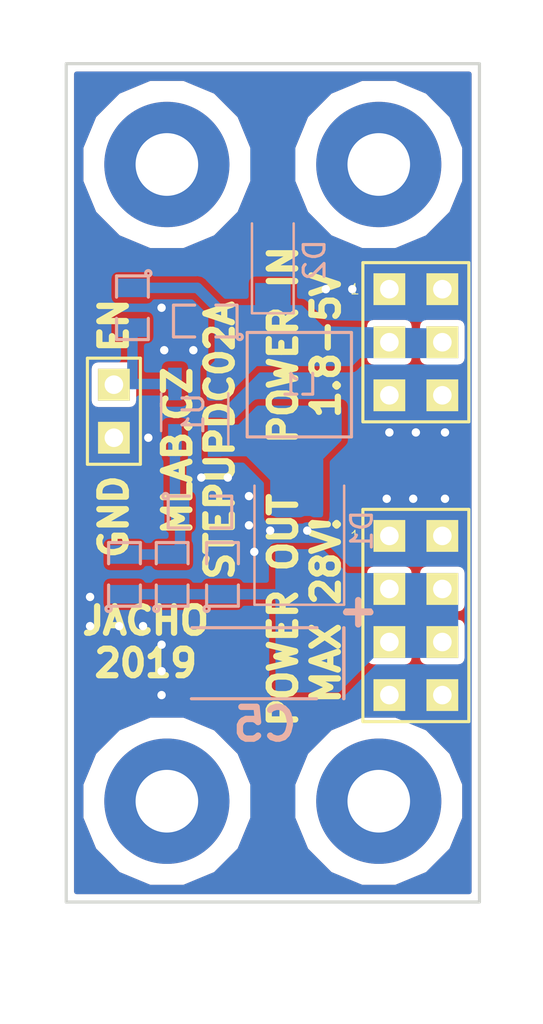
<source format=kicad_pcb>
(kicad_pcb (version 20211014) (generator pcbnew)
  (layers (0 "F.Cu" signal) (31 "B.Cu" signal) (34 "B.Paste" user) (35 "F.Paste" user) (36 "B.SilkS" user "B.Silkscreen") (37 "F.SilkS" user "F.Silkscreen") (38 "B.Mask" user) (39 "F.Mask" user) (44 "Edge.Cuts" user))
  (net 0 "")
  (net 1 "GND")
  (net 2 "Net-(D1-Pad2)")
  (net 3 "/ENABLE")
  (net 4 "Net-(C1-Pad2)")
  (net 5 "/PowerOUT")
  (net 6 "/Power")
  (footprint "Mlab_Mechanical:MountingHole_3mm" (layer "F.Cu") (at 15.24 -35.56)
    (fp_text reference "M1" hide)
    (fp_text value "HOLE" hide)
    (pad "1" thru_hole circle locked (at 0 0) (size 6 6) (drill 3) (layers *.Cu *.Adhes *.Mask) (clearance 1))
  )
  (footprint "Mlab_Mechanical:MountingHole_3mm" (layer "F.Cu") (at 15.24 -5.08)
    (fp_text reference "M2" hide)
    (fp_text value "HOLE" hide)
    (pad "1" thru_hole circle locked (at 0 0) (size 6 6) (drill 3) (layers *.Cu *.Adhes *.Mask) (clearance 1))
  )
  (footprint "Mlab_Mechanical:MountingHole_3mm" (layer "F.Cu") (at 5.08 -5.08)
    (fp_text reference "M3" hide)
    (fp_text value "HOLE" hide)
    (pad "1" thru_hole circle locked (at 0 0) (size 6 6) (drill 3) (layers *.Cu *.Adhes *.Mask) (clearance 1))
  )
  (footprint "Mlab_Mechanical:MountingHole_3mm" (layer "F.Cu") (at 5.08 -35.56)
    (fp_text reference "M4" hide)
    (fp_text value "HOLE" hide)
    (pad "1" thru_hole circle locked (at 0 0) (size 6 6) (drill 3) (layers *.Cu *.Adhes *.Mask) (clearance 1))
  )
  (footprint "Mlab_Pin_Headers:Straight_2x03" (layer "F.Cu") (at 17.018 -27.051)
    (fp_text reference "J1" hide)
    (fp_text value "POWER" hide)
    (fp_text user "1" (at -2.921 -2.54) (layer "F.SilkS") (effects (font (size 0.5 0.5) (thickness 0.05))))
    (fp_line (start -2.54 -3.81) (end 2.54 -3.81) (layer "F.SilkS") (width 0.15))
    (fp_line (start 2.54 3.81) (end -2.54 3.81) (layer "F.SilkS") (width 0.15))
    (fp_line (start 2.54 -3.81) (end 2.54 3.81) (layer "F.SilkS") (width 0.15))
    (fp_line (start -2.54 3.81) (end -2.54 -3.81) (layer "F.SilkS") (width 0.15))
    (pad "1" thru_hole rect locked (at -1.27 -2.54) (size 1.524 1.524) (drill 0.889) (layers *.Cu *.Mask "F.SilkS") (net 1 "GND"))
    (pad "2" thru_hole rect locked (at 1.27 -2.54) (size 1.524 1.524) (drill 0.889) (layers *.Cu *.Mask "F.SilkS") (net 1 "GND"))
    (pad "3" thru_hole rect locked (at -1.27 0) (size 1.524 1.524) (drill 0.889) (layers *.Cu *.Mask "F.SilkS") (net 6 "/Power"))
    (pad "4" thru_hole rect locked (at 1.27 0) (size 1.524 1.524) (drill 0.889) (layers *.Cu *.Mask "F.SilkS") (net 6 "/Power"))
    (pad "5" thru_hole rect locked (at -1.27 2.54) (size 1.524 1.524) (drill 0.889) (layers *.Cu *.Mask "F.SilkS") (net 1 "GND"))
    (pad "6" thru_hole rect locked (at 1.27 2.54) (size 1.524 1.524) (drill 0.889) (layers *.Cu *.Mask "F.SilkS") (net 1 "GND"))
  )
  (footprint "Mlab_Pin_Headers:Straight_2x01" (layer "F.Cu") (at 2.54 -23.749 90)
    (fp_text reference "J2" hide)
    (fp_text value "HEADER_1x02" hide)
    (fp_line (start 2.54 1.27) (end -2.54 1.27) (layer "F.SilkS") (width 0.15))
    (fp_line (start -2.54 -1.27) (end 2.54 -1.27) (layer "F.SilkS") (width 0.15))
    (fp_line (start -2.54 1.27) (end -2.54 -1.27) (layer "F.SilkS") (width 0.15))
    (fp_line (start 2.54 -1.27) (end 2.54 1.27) (layer "F.SilkS") (width 0.15))
    (pad "1" thru_hole rect locked (at -1.27 0 90) (size 1.524 1.524) (drill 0.889) (layers *.Cu *.Mask "F.SilkS") (net 1 "GND"))
    (pad "2" thru_hole rect locked (at 1.27 0 90) (size 1.524 1.524) (drill 0.889) (layers *.Cu *.Mask "F.SilkS") (net 3 "/ENABLE"))
  )
  (footprint "Mlab_Pin_Headers:Straight_2x04" (layer "F.Cu") (at 17.018 -13.97)
    (fp_text reference "J4" hide)
    (fp_text value "HEADER_2x04_PARALLEL" hide)
    (fp_text user "1" (at -2.921 -3.81) (layer "F.SilkS") (effects (font (size 0.5 0.5) (thickness 0.05))))
    (fp_line (start 2.54 5.08) (end -2.54 5.08) (layer "F.SilkS") (width 0.15))
    (fp_line (start -2.54 5.08) (end -2.54 -5.08) (layer "F.SilkS") (width 0.15))
    (fp_line (start 2.54 -5.08) (end 2.54 5.08) (layer "F.SilkS") (width 0.15))
    (fp_line (start -2.54 -5.08) (end 2.54 -5.08) (layer "F.SilkS") (width 0.15))
    (pad "1" thru_hole rect locked (at -1.27 -3.81) (size 1.524 1.524) (drill 0.889) (layers *.Cu *.Mask "F.SilkS") (net 1 "GND"))
    (pad "2" thru_hole rect locked (at 1.27 -3.81) (size 1.524 1.524) (drill 0.889) (layers *.Cu *.Mask "F.SilkS") (net 1 "GND"))
    (pad "3" thru_hole rect locked (at -1.27 -1.27) (size 1.524 1.524) (drill 0.889) (layers *.Cu *.Mask "F.SilkS") (net 5 "/PowerOUT"))
    (pad "4" thru_hole rect locked (at 1.27 -1.27) (size 1.524 1.524) (drill 0.889) (layers *.Cu *.Mask "F.SilkS") (net 5 "/PowerOUT"))
    (pad "5" thru_hole rect locked (at -1.27 1.27) (size 1.524 1.524) (drill 0.889) (layers *.Cu *.Mask "F.SilkS") (net 5 "/PowerOUT"))
    (pad "6" thru_hole rect locked (at 1.27 1.27) (size 1.524 1.524) (drill 0.889) (layers *.Cu *.Mask "F.SilkS") (net 5 "/PowerOUT"))
    (pad "7" thru_hole rect locked (at -1.27 3.81) (size 1.524 1.524) (drill 0.889) (layers *.Cu *.Mask "F.SilkS") (net 1 "GND"))
    (pad "8" thru_hole rect locked (at 1.27 3.81) (size 1.524 1.524) (drill 0.889) (layers *.Cu *.Mask "F.SilkS") (net 1 "GND"))
  )
  (footprint "Diode_SMD:D_SMB" (layer "B.Cu") (at 11.43 -18.034 90)
    (fp_text reference "D1" (at 0 3 90) (layer "B.SilkS") (effects (justify mirror)))
    (fp_text value "STPS1L30U" hide)
    (fp_line (start -3.55 2.15) (end 2.15 2.15) (layer "B.SilkS") (width 0.12))
    (fp_line (start -3.55 -2.15) (end 2.15 -2.15) (layer "B.SilkS") (width 0.12))
    (fp_line (start -3.55 2.15) (end -3.55 -2.15) (layer "B.SilkS") (width 0.12))
    (pad "1" smd rect locked (at -2.15 0 90) (size 2.5 2.3) (layers "B.Cu" "B.Paste" "B.Mask") (net 5 "/PowerOUT"))
    (pad "2" smd rect locked (at 2.15 0 90) (size 2.5 2.3) (layers "B.Cu" "B.Paste" "B.Mask") (net 2 "Net-(D1-Pad2)"))
  )
  (footprint "Mlab_L:DJNR5040" (layer "B.Cu") (at 11.43 -25.019 90)
    (fp_text reference "L1" (at 0 0 180) (layer "B.SilkS") (effects (justify mirror)))
    (fp_text value "10u" hide)
    (fp_line (start 2.5 -2.5) (end 2.5 2.5) (layer "B.SilkS") (width 0.15))
    (fp_line (start -2.5 2.5) (end -2.5 -2.5) (layer "B.SilkS") (width 0.15))
    (fp_line (start -2.5 -2.5) (end 2.5 -2.5) (layer "B.SilkS") (width 0.15))
    (fp_line (start 2.5 2.5) (end -2.5 2.5) (layer "B.SilkS") (width 0.15))
    (pad "1" smd rect locked (at 1.8 0 90) (size 1.6 4) (layers "B.Cu" "B.Paste" "B.Mask") (net 6 "/Power"))
    (pad "2" smd rect locked (at -1.8 0 90) (size 1.6 4) (layers "B.Cu" "B.Paste" "B.Mask") (net 2 "Net-(D1-Pad2)"))
  )
  (footprint "Mlab_R:SMD-0805" (layer "B.Cu") (at 3.429 -28.702 -90)
    (fp_text reference "R1")
    (fp_text value "10k")
    (fp_line (start 1.524 -0.762) (end 0.508 -0.762) (layer "B.SilkS") (width 0.15))
    (fp_line (start -0.508 -0.762) (end -1.524 -0.762) (layer "B.SilkS") (width 0.15))
    (fp_line (start 1.524 0.762) (end 1.524 -0.762) (layer "B.SilkS") (width 0.15))
    (fp_line (start -1.524 0.762) (end -0.508 0.762) (layer "B.SilkS") (width 0.15))
    (fp_line (start -1.524 -0.762) (end -1.524 0.762) (layer "B.SilkS") (width 0.15))
    (fp_line (start 0.508 0.762) (end 1.524 0.762) (layer "B.SilkS") (width 0.15))
    (fp_circle (center -1.651 -0.762) (end -1.651 -0.635) (layer "B.SilkS") (width 0.15) (fill none))
    (pad "1" smd rect locked (at -0.9525 0 270) (size 0.889 1.397) (layers "B.Cu" "B.Paste" "B.Mask") (net 6 "/Power"))
    (pad "2" smd rect locked (at 0.9525 0 270) (size 0.889 1.397) (layers "B.Cu" "B.Paste" "B.Mask") (net 3 "/ENABLE"))
  )
  (footprint "Package_TO_SOT_SMD:SOT-23-5_HandSoldering" (layer "B.Cu") (at 6.416 -23.702 90)
    (fp_text reference "U1" (at -0.08 -0.066 90) (layer "B.SilkS") (effects (justify mirror)))
    (fp_text value "TPS6104" hide)
    (fp_line (start -0.9 -1.61) (end 0.9 -1.61) (layer "B.SilkS") (width 0.12))
    (fp_line (start 0.9 1.61) (end -1.55 1.61) (layer "B.SilkS") (width 0.12))
    (pad "1" smd rect locked (at -1.35 0.95 90) (size 1.56 0.65) (layers "B.Cu" "B.Paste" "B.Mask") (net 2 "Net-(D1-Pad2)"))
    (pad "2" smd rect locked (at -1.35 0 90) (size 1.56 0.65) (layers "B.Cu" "B.Paste" "B.Mask") (net 1 "GND"))
    (pad "3" smd rect locked (at -1.35 -0.95 90) (size 1.56 0.65) (layers "B.Cu" "B.Paste" "B.Mask") (net 4 "Net-(C1-Pad2)"))
    (pad "4" smd rect locked (at 1.35 -0.95 90) (size 1.56 0.65) (layers "B.Cu" "B.Paste" "B.Mask") (net 3 "/ENABLE"))
    (pad "5" smd rect locked (at 1.35 0.95 90) (size 1.56 0.65) (layers "B.Cu" "B.Paste" "B.Mask") (net 6 "/Power"))
  )
  (footprint "Diode_SMD:D_MiniMELF" (layer "B.Cu") (at 10.16 -30.988 90)
    (fp_text reference "D2" (at 0 2 90) (layer "B.SilkS") (effects (justify mirror)))
    (fp_text value "ZSMD-5V6" hide)
    (fp_line (start -2.55 1) (end -2.55 -1) (layer "B.SilkS") (width 0.12))
    (fp_line (start 1.75 1) (end -2.55 1) (layer "B.SilkS") (width 0.12))
    (fp_line (start -2.55 -1) (end 1.75 -1) (layer "B.SilkS") (width 0.12))
    (pad "1" smd rect locked (at -1.75 0 90) (size 1.3 1.7) (layers "B.Cu" "B.Paste" "B.Mask") (net 6 "/Power"))
    (pad "2" smd rect locked (at 1.75 0 90) (size 1.3 1.7) (layers "B.Cu" "B.Paste" "B.Mask") (net 1 "GND"))
  )
  (footprint "Mlab_R:SMD-0805" (layer "B.Cu") (at 3.048 -15.9385 90)
    (fp_text reference "C1")
    (fp_text value "22p")
    (fp_line (start -0.508 -0.762) (end -1.524 -0.762) (layer "B.SilkS") (width 0.15))
    (fp_line (start 0.508 0.762) (end 1.524 0.762) (layer "B.SilkS") (width 0.15))
    (fp_line (start 1.524 0.762) (end 1.524 -0.762) (layer "B.SilkS") (width 0.15))
    (fp_line (start 1.524 -0.762) (end 0.508 -0.762) (layer "B.SilkS") (width 0.15))
    (fp_line (start -1.524 0.762) (end -0.508 0.762) (layer "B.SilkS") (width 0.15))
    (fp_line (start -1.524 -0.762) (end -1.524 0.762) (layer "B.SilkS") (width 0.15))
    (fp_circle (center -1.651 -0.762) (end -1.651 -0.635) (layer "B.SilkS") (width 0.15) (fill none))
    (pad "1" smd rect locked (at -0.9525 0 90) (size 0.889 1.397) (layers "B.Cu" "B.Paste" "B.Mask") (net 5 "/PowerOUT"))
    (pad "2" smd rect locked (at 0.9525 0 90) (size 0.889 1.397) (layers "B.Cu" "B.Paste" "B.Mask") (net 4 "Net-(C1-Pad2)"))
  )
  (footprint "Mlab_R:SMD-0805" (layer "B.Cu") (at 7.747 -15.9385 90)
    (fp_text reference "C2")
    (fp_text value "1uF/50V")
    (fp_line (start -0.508 -0.762) (end -1.524 -0.762) (layer "B.SilkS") (width 0.15))
    (fp_line (start -1.524 0.762) (end -0.508 0.762) (layer "B.SilkS") (width 0.15))
    (fp_line (start 1.524 -0.762) (end 0.508 -0.762) (layer "B.SilkS") (width 0.15))
    (fp_line (start 0.508 0.762) (end 1.524 0.762) (layer "B.SilkS") (width 0.15))
    (fp_line (start -1.524 -0.762) (end -1.524 0.762) (layer "B.SilkS") (width 0.15))
    (fp_line (start 1.524 0.762) (end 1.524 -0.762) (layer "B.SilkS") (width 0.15))
    (fp_circle (center -1.651 -0.762) (end -1.651 -0.635) (layer "B.SilkS") (width 0.15) (fill none))
    (pad "1" smd rect locked (at -0.9525 0 90) (size 0.889 1.397) (layers "B.Cu" "B.Paste" "B.Mask") (net 5 "/PowerOUT"))
    (pad "2" smd rect locked (at 0.9525 0 90) (size 0.889 1.397) (layers "B.Cu" "B.Paste" "B.Mask") (net 1 "GND"))
  )
  (footprint "Mlab_C:TantalC_SizeC_Reflow" (layer "B.Cu") (at 9.25576 -11.684 180)
    (fp_text reference "C5" (at -0.52324 -2.921 180) (layer "B.SilkS") (effects (font (size 1.524 1.524) (thickness 0.3048)) (justify mirror)))
    (fp_text value "15uF/35V" hide)
    (fp_text user "+" (at -4.99872 2.55016 180) (layer "B.SilkS") (effects (font (size 1.524 1.524) (thickness 0.3048)) (justify mirror)))
    (fp_line (start -5.00126 3.05308) (end -5.00126 1.95326) (layer "B.SilkS") (width 0.15))
    (fp_line (start 2.99974 -1.69926) (end -2.99974 -1.69926) (layer "B.SilkS") (width 0.15))
    (fp_line (start 2.97688 1.7018) (end -3.0226 1.7018) (layer "B.SilkS") (width 0.15))
    (fp_line (start -5.6007 2.5527) (end -4.40182 2.5527) (layer "B.SilkS") (width 0.15))
    (fp_line (start -4.318 1.7018) (end -4.318 -1.69672) (layer "B.SilkS") (width 0.15))
    (fp_line (start -4.30022 1.69926) (end -4.30022 -1.69926) (layer "B.SilkS") (width 0.15))
    (pad "1" smd rect locked (at -2.52476 0 180) (size 2.55016 2.49936) (layers "B.Cu" "B.Paste" "B.Mask") (net 5 "/PowerOUT"))
    (pad "2" smd rect locked (at 2.52476 0 180) (size 2.55016 2.49936) (layers "B.Cu" "B.Paste" "B.Mask") (net 1 "GND"))
  )
  (footprint "Mlab_R:SMD-0805" (layer "B.Cu") (at 5.334 -15.9385 90)
    (fp_text reference "R2")
    (fp_text value "470k")
    (fp_line (start 0.508 0.762) (end 1.524 0.762) (layer "B.SilkS") (width 0.15))
    (fp_line (start 1.524 0.762) (end 1.524 -0.762) (layer "B.SilkS") (width 0.15))
    (fp_line (start -1.524 0.762) (end -0.508 0.762) (layer "B.SilkS") (width 0.15))
    (fp_line (start 1.524 -0.762) (end 0.508 -0.762) (layer "B.SilkS") (width 0.15))
    (fp_line (start -1.524 -0.762) (end -1.524 0.762) (layer "B.SilkS") (width 0.15))
    (fp_line (start -0.508 -0.762) (end -1.524 -0.762) (layer "B.SilkS") (width 0.15))
    (fp_circle (center -1.651 -0.762) (end -1.651 -0.635) (layer "B.SilkS") (width 0.15) (fill none))
    (pad "1" smd rect locked (at -0.9525 0 90) (size 0.889 1.397) (layers "B.Cu" "B.Paste" "B.Mask") (net 5 "/PowerOUT"))
    (pad "2" smd rect locked (at 0.9525 0 90) (size 0.889 1.397) (layers "B.Cu" "B.Paste" "B.Mask") (net 4 "Net-(C1-Pad2)"))
  )
  (footprint "Mlab_R:SMD-0805" (layer "B.Cu") (at 6.6675 -18.923)
    (fp_text reference "R4")
    (fp_text value "120k")
    (fp_line (start 1.524 -0.762) (end 0.508 -0.762) (layer "B.SilkS") (width 0.15))
    (fp_line (start -1.524 0.762) (end -0.508 0.762) (layer "B.SilkS") (width 0.15))
    (fp_line (start 1.524 0.762) (end 1.524 -0.762) (layer "B.SilkS") (width 0.15))
    (fp_line (start -1.524 -0.762) (end -1.524 0.762) (layer "B.SilkS") (width 0.15))
    (fp_line (start 0.508 0.762) (end 1.524 0.762) (layer "B.SilkS") (width 0.15))
    (fp_line (start -0.508 -0.762) (end -1.524 -0.762) (layer "B.SilkS") (width 0.15))
    (fp_circle (center -1.651 -0.762) (end -1.651 -0.635) (layer "B.SilkS") (width 0.15) (fill none))
    (pad "1" smd rect locked (at -0.9525 0) (size 0.889 1.397) (layers "B.Cu" "B.Paste" "B.Mask") (net 4 "Net-(C1-Pad2)"))
    (pad "2" smd rect locked (at 0.9525 0) (size 0.889 1.397) (layers "B.Cu" "B.Paste" "B.Mask") (net 1 "GND"))
  )
  (footprint "Mlab_R:SMD-0805" (layer "B.Cu") (at 6.9215 -28.067 180)
    (fp_text reference "C6")
    (fp_text value "4u7")
    (fp_line (start 1.524 0.762) (end 1.524 -0.762) (layer "B.SilkS") (width 0.15))
    (fp_line (start -0.508 -0.762) (end -1.524 -0.762) (layer "B.SilkS") (width 0.15))
    (fp_line (start -1.524 0.762) (end -0.508 0.762) (layer "B.SilkS") (width 0.15))
    (fp_line (start 1.524 -0.762) (end 0.508 -0.762) (layer "B.SilkS") (width 0.15))
    (fp_line (start 0.508 0.762) (end 1.524 0.762) (layer "B.SilkS") (width 0.15))
    (fp_line (start -1.524 -0.762) (end -1.524 0.762) (layer "B.SilkS") (width 0.15))
    (fp_circle (center -1.651 -0.762) (end -1.651 -0.635) (layer "B.SilkS") (width 0.15) (fill none))
    (pad "1" smd rect locked (at -0.9525 0 180) (size 0.889 1.397) (layers "B.Cu" "B.Paste" "B.Mask") (net 6 "/Power"))
    (pad "2" smd rect locked (at 0.9525 0 180) (size 0.889 1.397) (layers "B.Cu" "B.Paste" "B.Mask") (net 1 "GND"))
  )
  (gr_line (start 20.066 -0.254) (end 20.066 -40.386) (layer "Edge.Cuts") (width 0.15))
  (gr_line (start 0.254 -0.254) (end 20.066 -0.254) (layer "Edge.Cuts") (width 0.15))
  (gr_line (start 0.254 -0.254) (end 0.254 -40.386) (layer "Edge.Cuts") (width 0.15))
  (gr_line (start 0.254 -40.386) (end 20.066 -40.386) (layer "Edge.Cuts") (width 0.15))
  (gr_text "STEPUPDC02A" (at 7.62 -22.352 90) (layer "F.SilkS") (effects (font (size 1.27 1.27) (thickness 0.3))))
  (gr_text "JACHO" (at 4.064 -13.716) (layer "F.SilkS") (effects (font (size 1.27 1.27) (thickness 0.3))))
  (gr_text "2019" (at 4.064 -11.684) (layer "F.SilkS") (effects (font (size 1.27 1.27) (thickness 0.3))))
  (gr_text "POWER IN\n1.8-5V" (at 11.684 -26.924 90) (layer "F.SilkS") (effects (font (size 1.27 1.27) (thickness 0.3))))
  (gr_text "POWER OUT\nMAX 28V!" (at 11.684 -14.224 90) (layer "F.SilkS") (effects (font (size 1.27 1.27) (thickness 0.3))))
  (gr_text "EN" (at 2.54 -26.416 90) (layer "F.SilkS") (effects (font (size 1.27 1.27) (thickness 0.3)) (justify left)))
  (gr_text "GND" (at 2.54 -20.828 90) (layer "F.SilkS") (effects (font (size 1.27 1.27) (thickness 0.3)) (justify right)))
  (gr_text "MLAB.CZ" (at 5.588 -21.844 90) (layer "F.SilkS") (effects (font (size 1.27 1.27) (thickness 0.3))))
  (segment (start 2.794 -13.462) (end 1.397 -13.462) (width 0.5) (layer "F.Cu") (net 1))
  (segment (start 13.97 -29.591) (end 12.7 -29.591) (width 0.5) (layer "F.Cu") (net 1))
  (segment (start 9.778998 -18.288) (end 10.033 -18.033998) (width 0.5) (layer "F.Cu") (net 1))
  (segment (start 4.826 -12.573) (end 3.937 -13.462) (width 0.5) (layer "F.Cu") (net 1))
  (segment (start 4.826 -10.16) (end 4.826 -11.303) (width 0.5) (layer "F.Cu") (net 1))
  (segment (start 6.731 -20.574) (end 8.001 -20.574) (width 0.5) (layer "F.Cu") (net 1))
  (segment (start 9.017 -18.288) (end 9.778998 -18.288) (width 0.5) (layer "F.Cu") (net 1))
  (segment (start 9.017 -19.685) (end 9.017 -18.288) (width 0.5) (layer "F.Cu") (net 1))
  (segment (start 15.621 -19.558) (end 16.891 -19.558) (width 0.5) (layer "F.Cu") (net 1))
  (segment (start 6.35 -26.67) (end 4.953 -26.67) (width 0.5) (layer "F.Cu") (net 1))
  (segment (start 15.748 -22.733) (end 17.018 -22.733) (width 0.5) (layer "F.Cu") (net 1))
  (via (at 1.397 -13.462) (size 0.8) (drill 0.4) (layers "F.Cu" "B.Cu") (net 1))
  (via (at 2.794 -13.462) (size 0.8) (drill 0.4) (layers "F.Cu" "B.Cu") (net 1))
  (via (at 11.811 -18.034) (size 0.8) (drill 0.4) (layers "F.Cu" "B.Cu") (net 1))
  (via (at 4.953 -26.67) (size 0.8) (drill 0.4) (layers "F.Cu" "B.Cu") (net 1))
  (via (at 16.891 -19.558) (size 0.8) (drill 0.4) (layers "F.Cu" "B.Cu") (net 1))
  (via (at 4.826 -12.573) (size 0.8) (drill 0.4) (layers "F.Cu" "B.Cu") (net 1))
  (via (at 9.017 -19.685) (size 0.8) (drill 0.4) (layers "F.Cu" "B.Cu") (net 1))
  (via (at 8.001 -20.574) (size 0.8) (drill 0.4) (layers "F.Cu" "B.Cu") (net 1))
  (via (at 4.826 -11.303) (size 0.8) (drill 0.4) (layers "F.Cu" "B.Cu") (net 1))
  (via (at 18.415 -19.558) (size 0.8) (drill 0.4) (layers "F.Cu" "B.Cu") (net 1))
  (via (at 9.271 -17.018) (size 0.8) (drill 0.4) (layers "F.Cu" "B.Cu") (net 1))
  (via (at 12.7 -29.591) (size 0.8) (drill 0.4) (layers "F.Cu" "B.Cu") (net 1))
  (via (at 4.191 -22.479) (size 0.8) (drill 0.4) (layers "F.Cu" "B.Cu") (net 1))
  (via (at 4.826 -10.16) (size 0.8) (drill 0.4) (layers "F.Cu" "B.Cu") (net 1))
  (via (at 9.017 -18.288) (size 0.8) (drill 0.4) (layers "F.Cu" "B.Cu") (net 1))
  (via (at 13.97 -29.591) (size 0.8) (drill 0.4) (layers "F.Cu" "B.Cu") (net 1))
  (via (at 18.415 -22.733) (size 0.8) (drill 0.4) (layers "F.Cu" "B.Cu") (net 1))
  (via (at 6.35 -26.67) (size 0.8) (drill 0.4) (layers "F.Cu" "B.Cu") (net 1))
  (via (at 10.033 -18.033998) (size 0.8) (drill 0.4) (layers "F.Cu" "B.Cu") (net 1))
  (via (at 6.731 -20.574) (size 0.8) (drill 0.4) (layers "F.Cu" "B.Cu") (net 1))
  (via (at 1.397 -14.859) (size 0.8) (drill 0.4) (layers "F.Cu" "B.Cu") (net 1))
  (via (at 15.748 -22.733) (size 0.8) (drill 0.4) (layers "F.Cu" "B.Cu") (net 1))
  (via (at 15.621 -19.558) (size 0.8) (drill 0.4) (layers "F.Cu" "B.Cu") (net 1))
  (via (at 4.826 -28.702) (size 0.8) (drill 0.4) (layers "F.Cu" "B.Cu") (net 1))
  (via (at 17.018 -22.733) (size 0.8) (drill 0.4) (layers "F.Cu" "B.Cu") (net 1))
  (via (at 3.937 -13.462) (size 0.8) (drill 0.4) (layers "F.Cu" "B.Cu") (net 1))
  (segment (start 15.748 -29.591) (end 13.97 -29.591) (width 0.5) (layer "B.Cu") (net 1))
  (segment (start 18.415 -19.558) (end 19.304 -19.558) (width 0.25) (layer "B.Cu") (net 1))
  (segment (start 7.62 -19.685) (end 6.731 -20.574) (width 0.5) (layer "B.Cu") (net 1))
  (segment (start 6.731 -11.684) (end 6.35 -11.684) (width 0.5) (layer "B.Cu") (net 1))
  (segment (start 2.54 -22.479) (end 4.191 -22.479) (width 0.5) (layer "B.Cu") (net 1))
  (segment (start 17.018 -22.733) (end 18.415 -22.733) (width 0.5) (layer "B.Cu") (net 1))
  (segment (start 4.826 -11.303) (end 4.826 -12.573) (width 0.5) (layer "B.Cu") (net 1))
  (segment (start 11.811 -18.034) (end 10.033002 -18.034) (width 0.5) (layer "B.Cu") (net 1))
  (segment (start 9.017 -17.272) (end 9.271 -17.018) (width 0.5) (layer "B.Cu") (net 1))
  (segment (start 8.128 -20.574) (end 9.017 -19.685) (width 0.5) (layer "B.Cu") (net 1))
  (segment (start 4.953 -26.67) (end 4.953 -28.575) (width 0.5) (layer "B.Cu") (net 1))
  (segment (start 6.35 -11.684) (end 4.826 -10.16) (width 0.5) (layer "B.Cu") (net 1))
  (segment (start 5.969 -28.067) (end 5.969 -27.051) (width 0.5) (layer "B.Cu") (net 1))
  (segment (start 15.748 -17.78) (end 15.748 -19.431) (width 0.5) (layer "B.Cu") (net 1))
  (segment (start 9.017 -18.288) (end 9.017 -17.272) (width 0.5) (layer "B.Cu") (net 1))
  (segment (start 15.748 -19.431) (end 15.621 -19.558) (width 0.5) (layer "B.Cu") (net 1))
  (segment (start 3.937 -13.462) (end 2.794 -13.462) (width 0.5) (layer "B.Cu") (net 1))
  (segment (start 10.033002 -18.034) (end 10.033 -18.033998) (width 0.5) (layer "B.Cu") (net 1))
  (segment (start 15.748 -24.511) (end 15.748 -22.733) (width 0.5) (layer "B.Cu") (net 1))
  (segment (start 1.397 -13.462) (end 1.397 -14.859) (width 0.5) (layer "B.Cu") (net 1))
  (segment (start 18.415 -19.558) (end 16.891 -19.558) (width 0.5) (layer "B.Cu") (net 1))
  (segment (start 4.953 -28.575) (end 4.826 -28.702) (width 0.5) (layer "B.Cu") (net 1))
  (segment (start 5.969 -27.051) (end 6.35 -26.67) (width 0.5) (layer "B.Cu") (net 1))
  (segment (start 7.62 -18.923) (end 7.62 -19.685) (width 0.5) (layer "B.Cu") (net 1))
  (segment (start 8.001 -20.574) (end 8.128 -20.574) (width 0.5) (layer "B.Cu") (net 1))
  (segment (start 3.429 -25.052) (end 2.573 -25.052) (width 0.5) (layer "B.Cu") (net 3))
  (segment (start 3.429 -25.4) (end 3.429 -25.052) (width 0.5) (layer "B.Cu") (net 3))
  (segment (start 2.573 -25.052) (end 2.54 -25.019) (width 0.5) (layer "B.Cu") (net 3))
  (segment (start 5.466 -25.052) (end 3.429 -25.052) (width 0.5) (layer "B.Cu") (net 3))
  (segment (start 3.429 -27.7495) (end 3.429 -25.4) (width 0.5) (layer "B.Cu") (net 3))
  (segment (start 5.715 -18.923) (end 5.715 -17.272) (width 0.5) (layer "B.Cu") (net 4))
  (segment (start 5.466 -22.352) (end 5.466 -19.172) (width 0.5) (layer "B.Cu") (net 4))
  (segment (start 5.466 -19.172) (end 5.715 -18.923) (width 0.5) (layer "B.Cu") (net 4))
  (segment (start 3.048 -16.891) (end 5.334 -16.891) (width 0.5) (layer "B.Cu") (net 4))
  (segment (start 5.715 -17.272) (end 5.334 -16.891) (width 0.5) (layer "B.Cu") (net 4))
  (segment (start 10.532 -14.986) (end 11.43 -15.884) (width 0.5) (layer "B.Cu") (net 5))
  (segment (start 5.334 -14.986) (end 7.747 -14.986) (width 0.5) (layer "B.Cu") (net 5))
  (segment (start 3.048 -14.986) (end 5.334 -14.986) (width 0.5) (layer "B.Cu") (net 5))
  (segment (start 7.747 -14.986) (end 10.532 -14.986) (width 0.5) (layer "B.Cu") (net 5))
  (segment (start 3.429 -29.6545) (end 6.5405 -29.6545) (width 0.5) (layer "B.Cu") (net 6))
  (segment (start 10.16 -29.238) (end 10.16 -28.089) (width 0.5) (layer "B.Cu") (net 6))
  (segment (start 10.16 -28.089) (end 11.43 -26.819) (width 0.5) (layer "B.Cu") (net 6))
  (segment (start 7.874 -28.067) (end 10.033 -28.067) (width 0.5) (layer "B.Cu") (net 6))
  (segment (start 7.874 -28.321) (end 7.874 -28.067) (width 0.5) (layer "B.Cu") (net 6))
  (segment (start 6.5405 -29.6545) (end 7.874 -28.321) (width 0.5) (layer "B.Cu") (net 6))
  (zone (net 1) (net_name "GND") (layer "F.Cu") (priority 1) (connect_pads yes (clearance 0.3)) (min_thickness 0.254) (fill yes (thermal_gap 0.508) (thermal_bridge_width 0.508))
    (polygon (pts (xy 21.844 -43.18) (xy 23.114 4.572) (xy 21.209 5.588) (xy -2.921 3.302) (xy -2.921 -43.434)))
  )
  (zone (net 1) (net_name "GND") (layer "B.Cu") (connect_pads yes (clearance 0.3)) (min_thickness 0.254) (fill yes (thermal_gap 0.508) (thermal_bridge_width 0.508))
    (polygon (pts (xy -0.635 -41.021) (xy 20.32 -40.894) (xy 21.082 1.524) (xy -1.143 1.905)))
  )
  (zone (net 5) (net_name "/PowerOUT") (layer "B.Cu") (priority 1) (connect_pads yes (clearance 0.3)) (min_thickness 0.254) (fill yes (thermal_gap 0.508) (thermal_bridge_width 0.508))
    (polygon (pts (xy 10.287 -17.145) (xy 12.573 -17.145) (xy 13.716 -16.002) (xy 19.05 -16.002) (xy 19.05 -14.478) (xy 19.05 -11.938) (xy 14.986 -11.938) (xy 13.335 -10.287) (xy 10.287 -10.287)))
  )
  (zone (net 6) (net_name "/Power") (layer "B.Cu") (priority 1) (connect_pads yes (clearance 0.3)) (min_thickness 0.254) (fill yes (thermal_gap 0.508) (thermal_bridge_width 0.508))
    (polygon (pts (xy 19.05 -26.289) (xy 14.351 -26.289) (xy 13.97 -25.908) (xy 9.398 -25.908) (xy 7.747 -24.257) (xy 6.985 -24.257) (xy 6.985 -25.781) (xy 7.366 -26.162) (xy 7.366 -28.829) (xy 8.382 -28.829) (xy 11.557 -28.829) (xy 12.573 -27.813) (xy 19.05 -27.686)))
  )
  (zone (net 2) (net_name "Net-(D1-Pad2)") (layer "B.Cu") (priority 1) (connect_pads yes (clearance 0.3)) (min_thickness 0.254) (fill yes (thermal_gap 0.508) (thermal_bridge_width 0.508))
    (polygon (pts (xy 7.112 -21.59) (xy 8.89 -21.59) (xy 10.033 -20.447) (xy 10.033 -18.669) (xy 12.573 -18.669) (xy 12.573 -21.463) (xy 13.462 -22.352) (xy 13.462 -24.003) (xy 9.398 -24.003) (xy 8.509 -23.114) (xy 7.112 -23.114)))
  )
)
</source>
